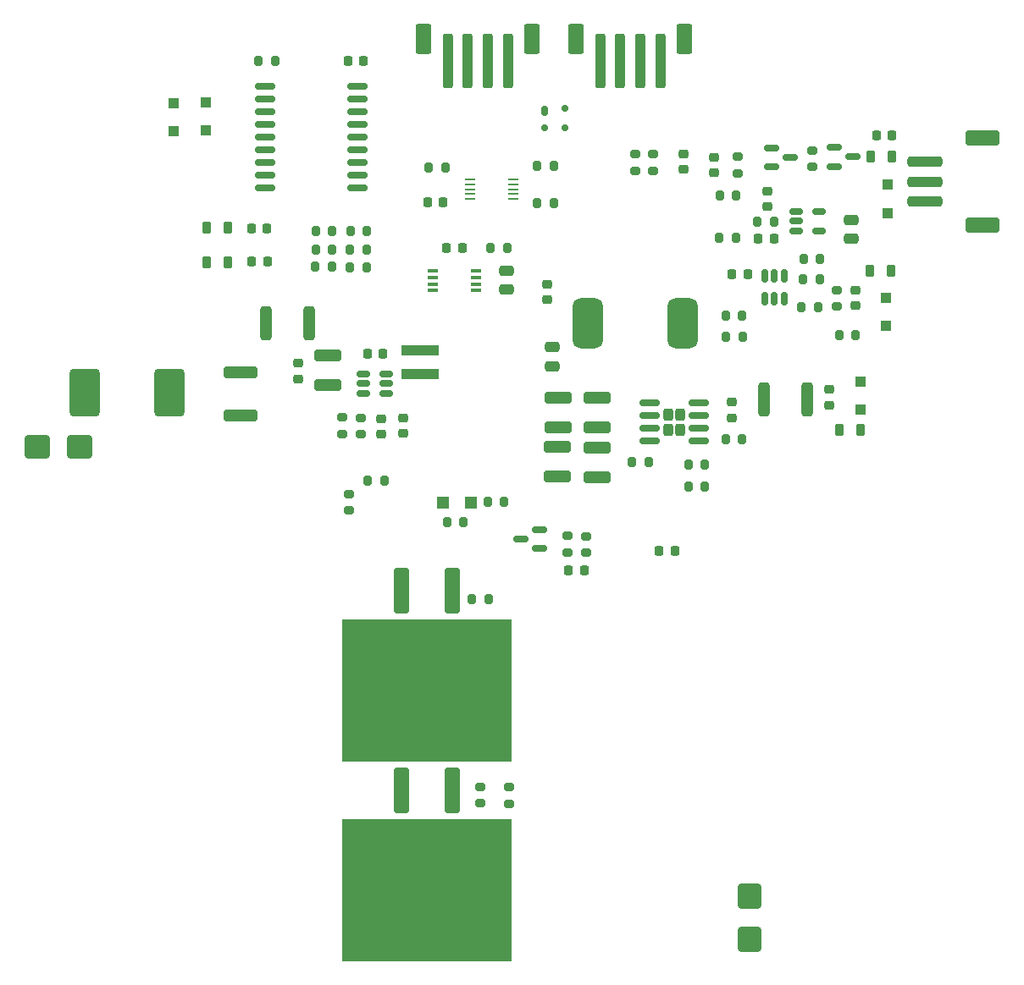
<source format=gbr>
%TF.GenerationSoftware,KiCad,Pcbnew,8.0.5*%
%TF.CreationDate,2024-11-15T14:42:50+00:00*%
%TF.ProjectId,PA_Power_V1,50415f50-6f77-4657-925f-56312e6b6963,rev?*%
%TF.SameCoordinates,Original*%
%TF.FileFunction,Paste,Top*%
%TF.FilePolarity,Positive*%
%FSLAX46Y46*%
G04 Gerber Fmt 4.6, Leading zero omitted, Abs format (unit mm)*
G04 Created by KiCad (PCBNEW 8.0.5) date 2024-11-15 14:42:50*
%MOMM*%
%LPD*%
G01*
G04 APERTURE LIST*
G04 Aperture macros list*
%AMRoundRect*
0 Rectangle with rounded corners*
0 $1 Rounding radius*
0 $2 $3 $4 $5 $6 $7 $8 $9 X,Y pos of 4 corners*
0 Add a 4 corners polygon primitive as box body*
4,1,4,$2,$3,$4,$5,$6,$7,$8,$9,$2,$3,0*
0 Add four circle primitives for the rounded corners*
1,1,$1+$1,$2,$3*
1,1,$1+$1,$4,$5*
1,1,$1+$1,$6,$7*
1,1,$1+$1,$8,$9*
0 Add four rect primitives between the rounded corners*
20,1,$1+$1,$2,$3,$4,$5,0*
20,1,$1+$1,$4,$5,$6,$7,0*
20,1,$1+$1,$6,$7,$8,$9,0*
20,1,$1+$1,$8,$9,$2,$3,0*%
G04 Aperture macros list end*
%ADD10RoundRect,0.200000X-0.200000X-0.275000X0.200000X-0.275000X0.200000X0.275000X-0.200000X0.275000X0*%
%ADD11RoundRect,0.200000X-0.275000X0.200000X-0.275000X-0.200000X0.275000X-0.200000X0.275000X0.200000X0*%
%ADD12RoundRect,0.218750X-0.218750X-0.381250X0.218750X-0.381250X0.218750X0.381250X-0.218750X0.381250X0*%
%ADD13RoundRect,0.250000X1.450000X-0.312500X1.450000X0.312500X-1.450000X0.312500X-1.450000X-0.312500X0*%
%ADD14RoundRect,0.225000X0.225000X0.250000X-0.225000X0.250000X-0.225000X-0.250000X0.225000X-0.250000X0*%
%ADD15RoundRect,0.150000X-0.587500X-0.150000X0.587500X-0.150000X0.587500X0.150000X-0.587500X0.150000X0*%
%ADD16RoundRect,0.200000X0.200000X0.275000X-0.200000X0.275000X-0.200000X-0.275000X0.200000X-0.275000X0*%
%ADD17RoundRect,0.225000X0.250000X-0.225000X0.250000X0.225000X-0.250000X0.225000X-0.250000X-0.225000X0*%
%ADD18RoundRect,0.250000X-0.475000X0.250000X-0.475000X-0.250000X0.475000X-0.250000X0.475000X0.250000X0*%
%ADD19RoundRect,0.250000X1.500000X-0.250000X1.500000X0.250000X-1.500000X0.250000X-1.500000X-0.250000X0*%
%ADD20RoundRect,0.250001X1.449999X-0.499999X1.449999X0.499999X-1.449999X0.499999X-1.449999X-0.499999X0*%
%ADD21RoundRect,0.250000X1.100000X-0.325000X1.100000X0.325000X-1.100000X0.325000X-1.100000X-0.325000X0*%
%ADD22RoundRect,0.150000X-0.512500X-0.150000X0.512500X-0.150000X0.512500X0.150000X-0.512500X0.150000X0*%
%ADD23RoundRect,0.375000X-1.125000X-2.000000X1.125000X-2.000000X1.125000X2.000000X-1.125000X2.000000X0*%
%ADD24R,3.700000X0.980000*%
%ADD25RoundRect,0.240000X-0.240000X-0.385000X0.240000X-0.385000X0.240000X0.385000X-0.240000X0.385000X0*%
%ADD26RoundRect,0.150000X-0.825000X-0.150000X0.825000X-0.150000X0.825000X0.150000X-0.825000X0.150000X0*%
%ADD27RoundRect,0.225000X-0.225000X-0.250000X0.225000X-0.250000X0.225000X0.250000X-0.225000X0.250000X0*%
%ADD28RoundRect,0.200000X0.275000X-0.200000X0.275000X0.200000X-0.275000X0.200000X-0.275000X-0.200000X0*%
%ADD29RoundRect,0.218750X0.218750X0.381250X-0.218750X0.381250X-0.218750X-0.381250X0.218750X-0.381250X0*%
%ADD30RoundRect,0.250000X-1.100000X0.325000X-1.100000X-0.325000X1.100000X-0.325000X1.100000X0.325000X0*%
%ADD31RoundRect,0.400000X-0.400000X1.900000X-0.400000X-1.900000X0.400000X-1.900000X0.400000X1.900000X0*%
%ADD32R,17.000000X14.200000*%
%ADD33RoundRect,0.250000X-0.900000X1.000000X-0.900000X-1.000000X0.900000X-1.000000X0.900000X1.000000X0*%
%ADD34R,1.100000X0.250000*%
%ADD35RoundRect,0.250000X0.475000X-0.250000X0.475000X0.250000X-0.475000X0.250000X-0.475000X-0.250000X0*%
%ADD36RoundRect,0.225000X-0.250000X0.225000X-0.250000X-0.225000X0.250000X-0.225000X0.250000X0.225000X0*%
%ADD37RoundRect,0.250000X-0.300000X0.300000X-0.300000X-0.300000X0.300000X-0.300000X0.300000X0.300000X0*%
%ADD38RoundRect,0.218750X0.256250X-0.218750X0.256250X0.218750X-0.256250X0.218750X-0.256250X-0.218750X0*%
%ADD39R,1.200000X1.200000*%
%ADD40RoundRect,0.750000X0.750000X1.750000X-0.750000X1.750000X-0.750000X-1.750000X0.750000X-1.750000X0*%
%ADD41RoundRect,0.150000X-0.150000X0.512500X-0.150000X-0.512500X0.150000X-0.512500X0.150000X0.512500X0*%
%ADD42RoundRect,0.250000X0.300000X-0.300000X0.300000X0.300000X-0.300000X0.300000X-0.300000X-0.300000X0*%
%ADD43RoundRect,0.250000X1.000000X0.900000X-1.000000X0.900000X-1.000000X-0.900000X1.000000X-0.900000X0*%
%ADD44R,1.100000X0.400000*%
%ADD45RoundRect,0.150000X-0.875000X-0.150000X0.875000X-0.150000X0.875000X0.150000X-0.875000X0.150000X0*%
%ADD46RoundRect,0.250000X0.312500X1.450000X-0.312500X1.450000X-0.312500X-1.450000X0.312500X-1.450000X0*%
%ADD47RoundRect,0.250000X-0.250000X-2.500000X0.250000X-2.500000X0.250000X2.500000X-0.250000X2.500000X0*%
%ADD48RoundRect,0.250000X-0.550000X-1.250000X0.550000X-1.250000X0.550000X1.250000X-0.550000X1.250000X0*%
%ADD49RoundRect,0.218750X0.218750X0.256250X-0.218750X0.256250X-0.218750X-0.256250X0.218750X-0.256250X0*%
%ADD50RoundRect,0.150000X0.587500X0.150000X-0.587500X0.150000X-0.587500X-0.150000X0.587500X-0.150000X0*%
%ADD51RoundRect,0.218750X-0.218750X-0.256250X0.218750X-0.256250X0.218750X0.256250X-0.218750X0.256250X0*%
%ADD52RoundRect,0.175000X-0.175000X-0.325000X0.175000X-0.325000X0.175000X0.325000X-0.175000X0.325000X0*%
%ADD53RoundRect,0.150000X-0.200000X-0.150000X0.200000X-0.150000X0.200000X0.150000X-0.200000X0.150000X0*%
G04 APERTURE END LIST*
D10*
%TO.C,R22*%
X78260000Y-39490000D03*
X79910000Y-39490000D03*
%TD*%
D11*
%TO.C,R6*%
X72580000Y-97865000D03*
X72580000Y-99515000D03*
%TD*%
D12*
%TO.C,L7*%
X111547500Y-46220000D03*
X113672500Y-46220000D03*
%TD*%
D13*
%TO.C,F3*%
X48620000Y-60697500D03*
X48620000Y-56422500D03*
%TD*%
D14*
%TO.C,C11*%
X92015000Y-74250000D03*
X90465000Y-74250000D03*
%TD*%
D15*
%TO.C,Q5*%
X107940000Y-33900000D03*
X107940000Y-35800000D03*
X109815000Y-34850000D03*
%TD*%
D14*
%TO.C,C21*%
X99295000Y-46600000D03*
X97745000Y-46600000D03*
%TD*%
D16*
%TO.C,R27*%
X57730000Y-45800000D03*
X56080000Y-45800000D03*
%TD*%
D17*
%TO.C,C18*%
X107470000Y-59660000D03*
X107470000Y-58110000D03*
%TD*%
D18*
%TO.C,C6*%
X75230000Y-46200000D03*
X75230000Y-48100000D03*
%TD*%
D19*
%TO.C,J9*%
X117060000Y-39310000D03*
X117060000Y-37310000D03*
X117060000Y-35310000D03*
D20*
X122810000Y-41660000D03*
X122810000Y-32960000D03*
%TD*%
D21*
%TO.C,C14*%
X84220000Y-66925000D03*
X84220000Y-63975000D03*
%TD*%
D11*
%TO.C,TH1*%
X75420000Y-97895000D03*
X75420000Y-99545000D03*
%TD*%
D16*
%TO.C,R33*%
X106352500Y-49850000D03*
X104702500Y-49850000D03*
%TD*%
D22*
%TO.C,U7*%
X104160000Y-40330000D03*
X104160000Y-41280000D03*
X104160000Y-42230000D03*
X106435000Y-42230000D03*
X106435000Y-40330000D03*
%TD*%
D23*
%TO.C,F1*%
X33000000Y-58410000D03*
X41500000Y-58410000D03*
%TD*%
D24*
%TO.C,L1*%
X66600000Y-56570000D03*
X66600000Y-54200000D03*
%TD*%
D25*
%TO.C,U2*%
X91400000Y-60640000D03*
X91400000Y-62140000D03*
X92540000Y-60640000D03*
X92540000Y-62140000D03*
D26*
X89495000Y-59485000D03*
X89495000Y-60755000D03*
X89495000Y-62025000D03*
X89495000Y-63295000D03*
X94445000Y-63295000D03*
X94445000Y-62025000D03*
X94445000Y-60755000D03*
X94445000Y-59485000D03*
%TD*%
D27*
%TO.C,C24*%
X112165000Y-32660000D03*
X113715000Y-32660000D03*
%TD*%
D28*
%TO.C,R24*%
X88110000Y-36215000D03*
X88110000Y-34565000D03*
%TD*%
D10*
%TO.C,R38*%
X108440000Y-52690000D03*
X110090000Y-52690000D03*
%TD*%
D12*
%TO.C,L6*%
X111637500Y-34770000D03*
X113762500Y-34770000D03*
%TD*%
D10*
%TO.C,R3*%
X87735000Y-65360000D03*
X89385000Y-65360000D03*
%TD*%
D29*
%TO.C,L4*%
X47322500Y-41940000D03*
X45197500Y-41940000D03*
%TD*%
D30*
%TO.C,C5*%
X80380000Y-58960000D03*
X80380000Y-61910000D03*
%TD*%
D31*
%TO.C,Q2*%
X69800000Y-78250000D03*
D32*
X67260000Y-88250000D03*
D31*
X64720000Y-78250000D03*
%TD*%
D33*
%TO.C,D6*%
X99520000Y-108790000D03*
X99520000Y-113090000D03*
%TD*%
D16*
%TO.C,R7*%
X73395000Y-79110000D03*
X71745000Y-79110000D03*
%TD*%
D28*
%TO.C,R12*%
X81290000Y-74425000D03*
X81290000Y-72775000D03*
%TD*%
D27*
%TO.C,C13*%
X49755000Y-45340000D03*
X51305000Y-45340000D03*
%TD*%
D17*
%TO.C,C17*%
X79270000Y-49145000D03*
X79270000Y-47595000D03*
%TD*%
D16*
%TO.C,R31*%
X57780000Y-44130000D03*
X56130000Y-44130000D03*
%TD*%
D28*
%TO.C,R29*%
X105747500Y-35835000D03*
X105747500Y-34185000D03*
%TD*%
D34*
%TO.C,U5*%
X75870000Y-39070000D03*
X75870000Y-38570000D03*
X75870000Y-38070000D03*
X75870000Y-37570000D03*
X75870000Y-37070000D03*
X71570000Y-37070000D03*
X71570000Y-37570000D03*
X71570000Y-38070000D03*
X71570000Y-38570000D03*
X71570000Y-39070000D03*
%TD*%
D31*
%TO.C,Q1*%
X69800000Y-98250000D03*
D32*
X67260000Y-108250000D03*
D31*
X64720000Y-98250000D03*
%TD*%
D10*
%TO.C,R14*%
X93395000Y-67830000D03*
X95045000Y-67830000D03*
%TD*%
D28*
%TO.C,R9*%
X83180000Y-74445000D03*
X83180000Y-72795000D03*
%TD*%
D11*
%TO.C,R37*%
X108180000Y-48165000D03*
X108180000Y-49815000D03*
%TD*%
D29*
%TO.C,L3*%
X47382500Y-45410000D03*
X45257500Y-45410000D03*
%TD*%
D27*
%TO.C,C7*%
X61310000Y-54500000D03*
X62860000Y-54500000D03*
%TD*%
D30*
%TO.C,C4*%
X84220000Y-58980000D03*
X84220000Y-61930000D03*
%TD*%
D10*
%TO.C,R5*%
X69265000Y-71420000D03*
X70915000Y-71420000D03*
%TD*%
%TO.C,R25*%
X96535000Y-38720000D03*
X98185000Y-38720000D03*
%TD*%
D35*
%TO.C,C3*%
X79770000Y-55800000D03*
X79770000Y-53900000D03*
%TD*%
D36*
%TO.C,C2*%
X62690000Y-61060000D03*
X62690000Y-62610000D03*
%TD*%
%TO.C,C20*%
X92877500Y-34570000D03*
X92877500Y-36120000D03*
%TD*%
D16*
%TO.C,R36*%
X57800000Y-42270000D03*
X56150000Y-42270000D03*
%TD*%
%TO.C,R35*%
X61260000Y-42260000D03*
X59610000Y-42260000D03*
%TD*%
D36*
%TO.C,C25*%
X110050000Y-48200000D03*
X110050000Y-49750000D03*
%TD*%
D30*
%TO.C,C9*%
X57320000Y-54745000D03*
X57320000Y-57695000D03*
%TD*%
D15*
%TO.C,Q4*%
X101717500Y-33930000D03*
X101717500Y-35830000D03*
X103592500Y-34880000D03*
%TD*%
D11*
%TO.C,R11*%
X60670000Y-60945000D03*
X60670000Y-62595000D03*
%TD*%
D10*
%TO.C,R13*%
X97115000Y-63070000D03*
X98765000Y-63070000D03*
%TD*%
%TO.C,R8*%
X73310000Y-69330000D03*
X74960000Y-69330000D03*
%TD*%
D37*
%TO.C,D11*%
X113160000Y-48960000D03*
X113160000Y-51760000D03*
%TD*%
D16*
%TO.C,R26*%
X61190000Y-45870000D03*
X59540000Y-45870000D03*
%TD*%
D37*
%TO.C,D12*%
X113270000Y-37640000D03*
X113270000Y-40440000D03*
%TD*%
D10*
%TO.C,R18*%
X97115000Y-50690000D03*
X98765000Y-50690000D03*
%TD*%
D28*
%TO.C,R1*%
X59490000Y-70217500D03*
X59490000Y-68567500D03*
%TD*%
D38*
%TO.C,D10*%
X95937500Y-36447500D03*
X95937500Y-34872500D03*
%TD*%
D39*
%TO.C,D2*%
X68842500Y-69410000D03*
X71642500Y-69410000D03*
%TD*%
D40*
%TO.C,L2*%
X92830000Y-51500000D03*
X83330000Y-51500000D03*
%TD*%
D27*
%TO.C,C16*%
X49725000Y-41990000D03*
X51275000Y-41990000D03*
%TD*%
D10*
%TO.C,R17*%
X97145000Y-52880000D03*
X98795000Y-52880000D03*
%TD*%
D16*
%TO.C,R15*%
X95015000Y-65640000D03*
X93365000Y-65640000D03*
%TD*%
D14*
%TO.C,C15*%
X70765000Y-43950000D03*
X69215000Y-43950000D03*
%TD*%
D12*
%TO.C,L5*%
X108487500Y-62180000D03*
X110612500Y-62180000D03*
%TD*%
D16*
%TO.C,R39*%
X52055000Y-25250000D03*
X50405000Y-25250000D03*
%TD*%
%TO.C,R19*%
X101940000Y-41360000D03*
X100290000Y-41360000D03*
%TD*%
D28*
%TO.C,R21*%
X89820000Y-36215000D03*
X89820000Y-34565000D03*
%TD*%
D41*
%TO.C,U6*%
X102937500Y-46780000D03*
X101987500Y-46780000D03*
X101037500Y-46780000D03*
X101037500Y-49055000D03*
X101987500Y-49055000D03*
X102937500Y-49055000D03*
%TD*%
D42*
%TO.C,D7*%
X110570000Y-60150000D03*
X110570000Y-57350000D03*
%TD*%
D22*
%TO.C,U1*%
X60912500Y-56580000D03*
X60912500Y-57530000D03*
X60912500Y-58480000D03*
X63187500Y-58480000D03*
X63187500Y-57530000D03*
X63187500Y-56580000D03*
%TD*%
D11*
%TO.C,R34*%
X98347500Y-34825000D03*
X98347500Y-36475000D03*
%TD*%
D16*
%TO.C,R30*%
X61190000Y-44160000D03*
X59540000Y-44160000D03*
%TD*%
D42*
%TO.C,D4*%
X45110000Y-32177500D03*
X45110000Y-29377500D03*
%TD*%
D43*
%TO.C,D1*%
X32557500Y-63880000D03*
X28257500Y-63880000D03*
%TD*%
D28*
%TO.C,R10*%
X58780000Y-62575000D03*
X58780000Y-60925000D03*
%TD*%
D18*
%TO.C,C23*%
X109697500Y-41140000D03*
X109697500Y-43040000D03*
%TD*%
D44*
%TO.C,U3*%
X67840000Y-46275000D03*
X67840000Y-46925000D03*
X67840000Y-47575000D03*
X67840000Y-48225000D03*
X72140000Y-48225000D03*
X72140000Y-47575000D03*
X72140000Y-46925000D03*
X72140000Y-46275000D03*
%TD*%
D36*
%TO.C,C10*%
X54370000Y-55505000D03*
X54370000Y-57055000D03*
%TD*%
D16*
%TO.C,R16*%
X69065000Y-35900000D03*
X67415000Y-35900000D03*
%TD*%
D45*
%TO.C,U8*%
X51030000Y-27750000D03*
X51030000Y-29020000D03*
X51030000Y-30290000D03*
X51030000Y-31560000D03*
X51030000Y-32830000D03*
X51030000Y-34100000D03*
X51030000Y-35370000D03*
X51030000Y-36640000D03*
X51030000Y-37910000D03*
X60330000Y-37910000D03*
X60330000Y-36640000D03*
X60330000Y-35370000D03*
X60330000Y-34100000D03*
X60330000Y-32830000D03*
X60330000Y-31560000D03*
X60330000Y-30290000D03*
X60330000Y-29020000D03*
X60330000Y-27750000D03*
%TD*%
D10*
%TO.C,R2*%
X61345000Y-67200000D03*
X62995000Y-67200000D03*
%TD*%
D46*
%TO.C,F2*%
X55447500Y-51450000D03*
X51172500Y-51450000D03*
%TD*%
D36*
%TO.C,C22*%
X101317500Y-38245000D03*
X101317500Y-39795000D03*
%TD*%
D14*
%TO.C,C26*%
X60925000Y-25260000D03*
X59375000Y-25260000D03*
%TD*%
D47*
%TO.C,J3*%
X69340000Y-25270000D03*
X71340000Y-25270000D03*
X73340000Y-25270000D03*
X75340000Y-25270000D03*
D48*
X66940000Y-23020000D03*
X77740000Y-23020000D03*
%TD*%
D10*
%TO.C,R28*%
X104872500Y-47080000D03*
X106522500Y-47080000D03*
%TD*%
D14*
%TO.C,C19*%
X68835000Y-39340000D03*
X67285000Y-39340000D03*
%TD*%
D10*
%TO.C,R20*%
X96462500Y-42930000D03*
X98112500Y-42930000D03*
%TD*%
D49*
%TO.C,D3*%
X82997500Y-76240000D03*
X81422500Y-76240000D03*
%TD*%
D50*
%TO.C,Q3*%
X78505000Y-74040000D03*
X78505000Y-72140000D03*
X76630000Y-73090000D03*
%TD*%
D46*
%TO.C,F4*%
X105217500Y-59070000D03*
X100942500Y-59070000D03*
%TD*%
D47*
%TO.C,J8*%
X84570000Y-25250000D03*
X86570000Y-25250000D03*
X88570000Y-25250000D03*
X90570000Y-25250000D03*
D48*
X82170000Y-23000000D03*
X92970000Y-23000000D03*
%TD*%
D17*
%TO.C,C8*%
X97750000Y-60930000D03*
X97750000Y-59380000D03*
%TD*%
D10*
%TO.C,R32*%
X104882500Y-45040000D03*
X106532500Y-45040000D03*
%TD*%
D42*
%TO.C,D5*%
X41930000Y-32270000D03*
X41930000Y-29470000D03*
%TD*%
D10*
%TO.C,R4*%
X73605000Y-43960000D03*
X75255000Y-43960000D03*
%TD*%
%TO.C,R23*%
X78265000Y-35780000D03*
X79915000Y-35780000D03*
%TD*%
D36*
%TO.C,C1*%
X64830000Y-60975000D03*
X64830000Y-62525000D03*
%TD*%
D51*
%TO.C,D8*%
X100340000Y-43030000D03*
X101915000Y-43030000D03*
%TD*%
D21*
%TO.C,C12*%
X80300000Y-66830000D03*
X80300000Y-63880000D03*
%TD*%
D52*
%TO.C,D9*%
X79020000Y-30200000D03*
D53*
X79020000Y-31900000D03*
X81020000Y-31900000D03*
X81020000Y-30000000D03*
%TD*%
M02*

</source>
